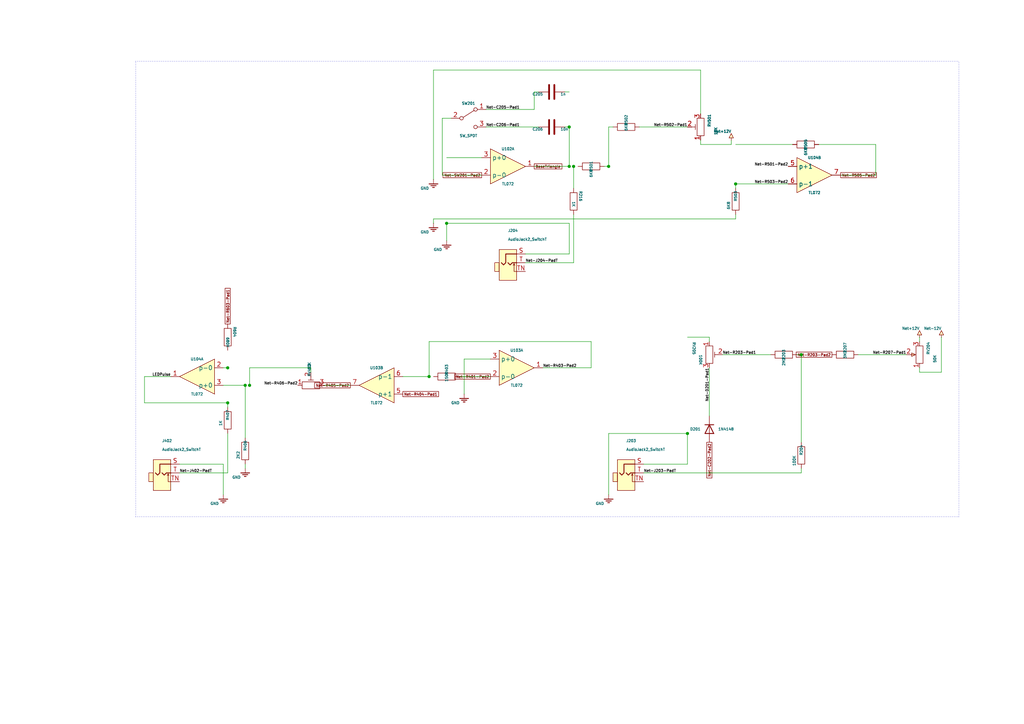
<source format=kicad_sch>
(kicad_sch (version 20230121) (generator jitx)
  (paper "A4")
  (lib_symbols
    (symbol "Net-12V" (power)
      (property "Reference" "#PWR" (at 35.0 60.0 0.0))
      (property "Value" "Net-12V" (at -2.54 2.54 0.0))
      (symbol "Net-12V_1_0"
        (pin power_in line (at 0.0 0.0 90) (length 0.0) (name "Net-12V") (number "~"))
      )
    )
    (symbol "GND" (power)
      (property "Reference" "#PWR" (at 35.0 60.0 0.0))
      (property "Value" "GND" (at -2.54 -2.54 0.0))
      (symbol "GND_1_0"
        (pin power_in line (at 0.0 0.0 270) (length 0.0) (name "GND") (number "~"))
      )
    )
    (symbol "Net+12V" (power)
      (property "Reference" "#PWR" (at 35.0 60.0 0.0))
      (property "Value" "Net+12V" (at -2.54 2.54 0.0))
      (symbol "Net+12V_1_0"
        (pin power_in line (at 0.0 0.0 90) (length 0.0) (name "Net+12V") (number "~"))
      )
    )
    (symbol "Conn_02x05_Odd_Even"
      (property "Reference" "U" (at 1.27 7.62 0.0))
      (property "Value" "Conn_02x05_Odd_Even" (at 1.27 -7.62 0.0))
      (symbol "Conn_02x05_Odd_Even_1_0"
        (pin unspecified line (at -5.08 5.08 0) (length 3.81) (name "Pin_1") (number "~"))
        (pin unspecified line (at 7.62 -5.08 180) (length 3.81) (name "Pin_10") (number "~"))
        (pin unspecified line (at 7.62 5.08 180) (length 3.81) (name "Pin_2") (number "~"))
        (pin unspecified line (at -5.08 2.54 0) (length 3.81) (name "Pin_3") (number "~"))
        (pin unspecified line (at 7.62 2.54 180) (length 3.81) (name "Pin_4") (number "~"))
        (pin unspecified line (at -5.08 0.0 0) (length 3.81) (name "Pin_5") (number "~"))
        (pin unspecified line (at 7.62 0.0 180) (length 3.81) (name "Pin_6") (number "~"))
        (pin unspecified line (at -5.08 -2.54 0) (length 3.81) (name "Pin_7") (number "~"))
        (pin unspecified line (at 7.62 -2.54 180) (length 3.81) (name "Pin_8") (number "~"))
        (pin unspecified line (at -5.08 -5.08 0) (length 3.81) (name "Pin_9") (number "~"))
      )
    )
    (symbol "ALTIUM_POWER_GND_POWER"
      (property "Value" "ALTIUM_POWER_GND_POWER" (at 2.54 -1.016 0.0))
      (symbol "ALTIUM_POWER_GND_POWER_1_0"
        (pin unspecified line (at 0.0 0.0 0) (length 0.0) (name "0") (number "~"))
      )
    )
    (symbol "R_Potentiometer_Trim"
      (property "Reference" "U" (at -4.445 0.0 90.0))
      (property "Value" "R_Potentiometer_Trim" (at -2.54 0.0 90.0))
      (symbol "R_Potentiometer_Trim_1_0"
        (pin unspecified line (at 0.0 3.81 270) (length 1.27) (name "1") (number "~"))
        (pin unspecified line (at 3.81 0.0 180) (length 1.27) (name "2") (number "~"))
        (pin unspecified line (at 0.0 -3.81 90) (length 1.27) (name "3") (number "~"))
      )
    )
    (symbol "box_symbol_2L_1R_4T_1B"
      (property "Reference" "U" (at -6.35 10.252 0.0))
      (property "Value" "box_symbol_2L_1R_4T_1B" (at -6.35 9.19 0.0))
      (symbol "box_symbol_2L_1R_4T_1B_1_0"
        (pin unspecified line (at -8.89 1.27 0) (length 2.54) (name "L0") (number "~"))
        (pin unspecified line (at -8.89 -1.27 0) (length 2.54) (name "L1") (number "~"))
        (pin unspecified line (at 8.89 0.0 180) (length 2.54) (name "R0") (number "~"))
        (pin unspecified line (at -3.81 11.43 270) (length 2.54) (name "T0") (number "~"))
        (pin unspecified line (at -1.27 11.43 270) (length 2.54) (name "T1") (number "~"))
        (pin unspecified line (at 1.27 11.43 270) (length 2.54) (name "T2") (number "~"))
        (pin unspecified line (at 3.81 11.43 270) (length 2.54) (name "T3") (number "~"))
        (pin unspecified line (at 0.0 -11.43 90) (length 2.54) (name "B0") (number "~"))
      )
    )
    (symbol "R_Potentiometer"
      (property "Reference" "U" (at -4.445 0.0 90.0))
      (property "Value" "R_Potentiometer" (at -2.54 0.0 90.0))
      (symbol "R_Potentiometer_1_0"
        (pin unspecified line (at 0.0 3.81 270) (length 1.27) (name "1") (number "~"))
        (pin unspecified line (at 3.81 0.0 180) (length 1.27) (name "2") (number "~"))
        (pin unspecified line (at 0.0 -3.81 90) (length 1.27) (name "3") (number "~"))
      )
    )
    (symbol "R"
      (property "Reference" "U" (at 2.032 0.0 90.0))
      (property "Value" "R" (at 0.0 0.0 90.0))
      (symbol "R_1_0"
        (pin unspecified line (at 0.0 3.81 270) (length 1.27) (name "1") (number "~"))
        (pin unspecified line (at 0.0 -3.81 90) (length 1.27) (name "0") (number "~"))
      )
    )
    (symbol "Sym_2N3904"
      (property "Reference" "U" (at 5.08 1.905 0.0))
      (property "Value" "Sym_2N3904" (at 5.08 0.0 0.0))
      (symbol "Sym_2N3904_1_0"
        (pin unspecified line (at 2.54 -5.08 90) (length 2.54) (name "E") (number "~"))
        (pin unspecified line (at -5.08 0.0 0) (length 5.715) (name "B") (number "~"))
        (pin unspecified line (at 2.54 5.08 270) (length 2.54) (name "C") (number "~"))
      )
    )
    (symbol "supply_sym"
      (property "Value" "supply_sym" (at -2.54 2.54 0.0))
      (symbol "supply_sym_1_0"
        (pin unspecified line (at 0.0 0.0 90) (length 0.0) (name "0") (number "~"))
      )
    )
    (symbol "ground_sym"
      (property "Value" "ground_sym" (at -2.54 -2.54 0.0))
      (symbol "ground_sym_1_0"
        (pin unspecified line (at 0.0 0.0 270) (length 0.0) (name "0") (number "~"))
      )
    )
    (symbol "Sym_1N4148"
      (property "Reference" "U" (at 0.0 2.54 0.0))
      (property "Value" "Sym_1N4148" (at 0.0 -2.54 0.0))
      (symbol "Sym_1N4148_1_0"
        (pin unspecified line (at -3.81 0.0 0) (length 2.54) (name "K") (number "~"))
        (pin unspecified line (at 3.81 0.0 180) (length 2.54) (name "A") (number "~"))
      )
    )
    (symbol "Sym_1N5819"
      (property "Reference" "U" (at 0.0 2.54 0.0))
      (property "Value" "Sym_1N5819" (at 0.0 -2.54 0.0))
      (symbol "Sym_1N5819_1_0"
        (pin unspecified line (at -3.81 0.0 0) (length 2.54) (name "K") (number "~"))
        (pin unspecified line (at 3.81 0.0 180) (length 2.54) (name "A") (number "~"))
      )
    )
    (symbol "AudioJack2_SwitchT"
      (property "Reference" "U" (at 0.0 8.89 0.0))
      (property "Value" "AudioJack2_SwitchT" (at 0.0 6.35 0.0))
      (symbol "AudioJack2_SwitchT_1_0"
        (pin unspecified line (at 5.08 2.54 180) (length 2.54) (name "0") (number "~"))
        (pin unspecified line (at 5.08 0.0 180) (length 2.54) (name "1") (number "~"))
        (pin unspecified line (at 5.08 -2.54 180) (length 2.54) (name "2") (number "~"))
      )
    )
    (symbol "Sym_2N3906"
      (property "Reference" "U" (at 5.08 1.905 0.0))
      (property "Value" "Sym_2N3906" (at 5.08 0.0 0.0))
      (symbol "Sym_2N3906_1_0"
        (pin unspecified line (at 2.54 -5.08 90) (length 2.54) (name "E") (number "~"))
        (pin unspecified line (at -5.08 0.0 0) (length 5.715) (name "B") (number "~"))
        (pin unspecified line (at 2.54 5.08 270) (length 2.54) (name "C") (number "~"))
      )
    )
    (symbol "SW_SPDT"
      (property "Reference" "U" (at 0.0 4.318 0.0))
      (property "Value" "SW_SPDT" (at 0.0 -5.08 0.0))
      (symbol "SW_SPDT_1_0"
        (pin unspecified line (at 5.08 2.54 180) (length 2.54) (name "A") (number "~"))
        (pin unspecified line (at -5.08 0.0 0) (length 2.54) (name "B") (number "~"))
        (pin unspecified line (at 5.08 -2.54 180) (length 2.54) (name "C") (number "~"))
      )
    )
    (symbol "LED"
      (property "Reference" "U" (at 0.0 2.54 0.0))
      (property "Value" "LED" (at 0.0 -2.54 0.0))
      (symbol "LED_1_0"
        (pin unspecified line (at -3.81 0.0 0) (length 2.54) (name "K") (number "~"))
        (pin unspecified line (at 3.81 0.0 180) (length 2.54) (name "A") (number "~"))
      )
    )
    (symbol "TL072A"
      (property "Reference" "U" (at 0.0 5.08 0.0))
      (property "Value" "TL072A" (at 0.0 -5.08 0.0))
      (symbol "TL072A_1_0"
        (pin unspecified line (at 7.62 0.0 180) (length 2.54) (name "0") (number "~"))
        (pin unspecified line (at -7.62 -2.54 0) (length 2.54) (name "p-0") (number "~"))
        (pin unspecified line (at -7.62 2.54 0) (length 2.54) (name "p+0") (number "~"))
      )
    )
    (symbol "TL072B"
      (property "Reference" "U" (at 0.0 5.08 0.0))
      (property "Value" "TL072B" (at 0.0 -5.08 0.0))
      (symbol "TL072B_1_0"
        (pin unspecified line (at -7.62 2.54 0) (length 2.54) (name "p+1") (number "~"))
        (pin unspecified line (at -7.62 -2.54 0) (length 2.54) (name "p-1") (number "~"))
        (pin unspecified line (at 7.62 0.0 180) (length 2.54) (name "1") (number "~"))
      )
    )
    (symbol "jitx_C"
      (property "Reference" "U" (at 0.635 2.54 0.0))
      (property "Value" "jitx_C" (at 0.635 -2.54 0.0))
      (symbol "jitx_C_1_0"
        (pin unspecified line (at 0.0 3.81 270) (length 2.794) (name "1") (number "~"))
        (pin unspecified line (at 0.0 -3.81 90) (length 2.794) (name "0") (number "~"))
      )
    )
    (symbol "TL072C"
      (property "Reference" "U" (at 0.0 5.08 0.0))
      (property "Value" "TL072C" (at 0.0 -5.08 0.0))
      (symbol "TL072C_1_0"
        (pin unspecified line (at -2.54 -7.62 90) (length 3.81) (name "V-") (number "~"))
        (pin unspecified line (at -2.54 7.62 270) (length 3.81) (name "V+") (number "~"))
      )
    )
    (symbol "ALTIUM_POWER_ARROW"
      (property "Value" "ALTIUM_POWER_ARROW" (at 2.54 -0.508 0.0))
      (symbol "ALTIUM_POWER_ARROW_1_0"
        (pin unspecified line (at 0.0 0.0 0) (length 0.0) (name "0") (number "~"))
      )
    )
    (symbol "component"
      (property "Reference" "U" (at 2.032 0.0 90.0))
      (property "Value" "component" (at 0.0 0.0 90.0))
      (symbol "component_1_0"
        (pin unspecified line (at 0.0 3.81 270) (length 1.27) (name "1") (number "1"))
        (pin unspecified line (at 0.0 -3.81 90) (length 1.27) (name "0") (number "2"))
      )
    )
    (symbol "component_1"
      (property "Reference" "U" (at 2.032 0.0 90.0))
      (property "Value" "component_1" (at 0.0 0.0 90.0))
      (symbol "component_1_1_0"
        (pin unspecified line (at 0.0 3.81 270) (length 1.27) (name "1") (number "1"))
        (pin unspecified line (at 0.0 -3.81 90) (length 1.27) (name "0") (number "2"))
      )
    )
    (symbol "component_2"
      (property "Reference" "U" (at 0.635 2.54 0.0))
      (property "Value" "component_2" (at 0.635 -2.54 0.0))
      (symbol "component_2_1_0"
        (pin unspecified line (at 0.0 3.81 270) (length 2.794) (name "1") (number "1"))
        (pin unspecified line (at 0.0 -3.81 90) (length 2.794) (name "0") (number "2"))
      )
    )
    (symbol "component_3"
      (property "Reference" "U" (at 2.032 0.0 90.0))
      (property "Value" "component_3" (at 0.0 0.0 90.0))
      (symbol "component_3_1_0"
        (pin unspecified line (at 0.0 3.81 270) (length 1.27) (name "1") (number "1"))
        (pin unspecified line (at 0.0 -3.81 90) (length 1.27) (name "0") (number "2"))
      )
    )
    (symbol "component_4"
      (property "Reference" "U" (at 2.032 0.0 90.0))
      (property "Value" "component_4" (at 0.0 0.0 90.0))
      (symbol "component_4_1_0"
        (pin unspecified line (at 0.0 3.81 270) (length 1.27) (name "1") (number "1"))
        (pin unspecified line (at 0.0 -3.81 90) (length 1.27) (name "0") (number "2"))
      )
    )
    (symbol "component_5"
      (property "Reference" "U" (at 2.032 0.0 90.0))
      (property "Value" "component_5" (at 0.0 0.0 90.0))
      (symbol "component_5_1_0"
        (pin unspecified line (at 0.0 3.81 270) (length 1.27) (name "1") (number "1"))
        (pin unspecified line (at 0.0 -3.81 90) (length 1.27) (name "0") (number "2"))
      )
    )
    (symbol "component_6"
      (property "Reference" "U" (at 2.032 0.0 90.0))
      (property "Value" "component_6" (at 0.0 0.0 90.0))
      (symbol "component_6_1_0"
        (pin unspecified line (at 0.0 3.81 270) (length 1.27) (name "1") (number "1"))
        (pin unspecified line (at 0.0 -3.81 90) (length 1.27) (name "0") (number "2"))
      )
    )
    (symbol "component_7"
      (property "Reference" "U" (at -4.445 0.0 90.0))
      (property "Value" "component_7" (at -2.54 0.0 90.0))
      (symbol "component_7_1_0"
        (pin unspecified line (at 0.0 3.81 270) (length 1.27) (name "1") (number "1"))
        (pin unspecified line (at 3.81 0.0 180) (length 1.27) (name "2") (number "2"))
        (pin unspecified line (at 0.0 -3.81 90) (length 1.27) (name "3") (number "3"))
      )
    )
    (symbol "component_8"
      (property "Reference" "U" (at -4.445 0.0 90.0))
      (property "Value" "component_8" (at -2.54 0.0 90.0))
      (symbol "component_8_1_0"
        (pin unspecified line (at 0.0 3.81 270) (length 1.27) (name "1") (number "1"))
        (pin unspecified line (at 3.81 0.0 180) (length 1.27) (name "2") (number "2"))
        (pin unspecified line (at 0.0 -3.81 90) (length 1.27) (name "3") (number "3"))
      )
    )
    (symbol "component_9"
      (property "Reference" "U" (at -4.445 0.0 90.0))
      (property "Value" "component_9" (at -2.54 0.0 90.0))
      (symbol "component_9_1_0"
        (pin unspecified line (at 0.0 3.81 270) (length 1.27) (name "1") (number "1"))
        (pin unspecified line (at 3.81 0.0 180) (length 1.27) (name "2") (number "2"))
        (pin unspecified line (at 0.0 -3.81 90) (length 1.27) (name "3") (number "3"))
      )
    )
    (symbol "component_10"
      (property "Reference" "U" (at 2.032 0.0 90.0))
      (property "Value" "component_10" (at 0.0 0.0 90.0))
      (symbol "component_10_1_0"
        (pin unspecified line (at 0.0 3.81 270) (length 1.27) (name "1") (number "1"))
        (pin unspecified line (at 0.0 -3.81 90) (length 1.27) (name "0") (number "2"))
      )
    )
    (symbol "component_11"
      (property "Reference" "U" (at 0.0 2.54 0.0))
      (property "Value" "component_11" (at 0.0 -2.54 0.0))
      (symbol "component_11_1_0"
        (pin unspecified line (at -3.81 0.0 0) (length 2.54) (name "K") (number "1"))
        (pin unspecified line (at 3.81 0.0 180) (length 2.54) (name "A") (number "2"))
      )
    )
    (symbol "component_12"
      (property "Reference" "U" (at 0.635 2.54 0.0))
      (property "Value" "component_12" (at 0.635 -2.54 0.0))
      (symbol "component_12_1_0"
        (pin unspecified line (at 0.0 3.81 270) (length 2.794) (name "1") (number "1"))
        (pin unspecified line (at 0.0 -3.81 90) (length 2.794) (name "0") (number "2"))
      )
    )
    (symbol "component_13"
      (property "Reference" "U" (at 0.635 2.54 0.0))
      (property "Value" "component_13" (at 0.635 -2.54 0.0))
      (symbol "component_13_1_0"
        (pin unspecified line (at 0.0 3.81 270) (length 2.794) (name "1") (number "1"))
        (pin unspecified line (at 0.0 -3.81 90) (length 2.794) (name "0") (number "2"))
      )
    )
    (symbol "component_14"
      (property "Reference" "U" (at -4.445 0.0 90.0))
      (property "Value" "component_14" (at -2.54 0.0 90.0))
      (symbol "component_14_1_0"
        (pin unspecified line (at 0.0 3.81 270) (length 1.27) (name "1") (number "1"))
        (pin unspecified line (at 3.81 0.0 180) (length 1.27) (name "2") (number "2"))
        (pin unspecified line (at 0.0 -3.81 90) (length 1.27) (name "3") (number "3"))
      )
    )
    (symbol "component_15"
      (property "Reference" "U" (at 0.635 2.54 0.0))
      (property "Value" "component_15" (at 0.635 -2.54 0.0))
      (symbol "component_15_1_0"
        (pin unspecified line (at 0.0 3.81 270) (length 2.794) (name "1") (number "1"))
        (pin unspecified line (at 0.0 -3.81 90) (length 2.794) (name "0") (number "2"))
      )
    )
    (symbol "component_16"
      (property "Reference" "U" (at 0.635 2.54 0.0))
      (property "Value" "component_16" (at 0.635 -2.54 0.0))
      (symbol "component_16_1_0"
        (pin unspecified line (at 0.0 3.81 270) (length 2.794) (name "1") (number "1"))
        (pin unspecified line (at 0.0 -3.81 90) (length 2.794) (name "0") (number "2"))
      )
    )
    (symbol "component_17"
      (property "Reference" "U" (at 0.0 4.318 0.0))
      (property "Value" "component_17" (at 0.0 -5.08 0.0))
      (symbol "component_17_1_0"
        (pin unspecified line (at 5.08 2.54 180) (length 2.54) (name "A") (number "1"))
        (pin unspecified line (at -5.08 0.0 0) (length 2.54) (name "B") (number "2"))
        (pin unspecified line (at 5.08 -2.54 180) (length 2.54) (name "C") (number "3"))
      )
    )
    (symbol "component_18"
      (property "Reference" "U" (at 2.032 0.0 90.0))
      (property "Value" "component_18" (at 0.0 0.0 90.0))
      (symbol "component_18_1_0"
        (pin unspecified line (at 0.0 3.81 270) (length 1.27) (name "1") (number "1"))
        (pin unspecified line (at 0.0 -3.81 90) (length 1.27) (name "0") (number "2"))
      )
    )
    (symbol "component_19"
      (property "Reference" "U" (at 2.032 0.0 90.0))
      (property "Value" "component_19" (at 0.0 0.0 90.0))
      (symbol "component_19_1_0"
        (pin unspecified line (at 0.0 3.81 270) (length 1.27) (name "1") (number "1"))
        (pin unspecified line (at 0.0 -3.81 90) (length 1.27) (name "0") (number "2"))
      )
    )
    (symbol "component_20"
      (property "Reference" "U" (at 2.032 0.0 90.0))
      (property "Value" "component_20" (at 0.0 0.0 90.0))
      (symbol "component_20_1_0"
        (pin unspecified line (at 0.0 3.81 270) (length 1.27) (name "1") (number "1"))
        (pin unspecified line (at 0.0 -3.81 90) (length 1.27) (name "0") (number "2"))
      )
    )
    (symbol "component_21"
      (property "Reference" "U" (at 2.032 0.0 90.0))
      (property "Value" "component_21" (at 0.0 0.0 90.0))
      (symbol "component_21_1_0"
        (pin unspecified line (at 0.0 3.81 270) (length 1.27) (name "1") (number "1"))
        (pin unspecified line (at 0.0 -3.81 90) (length 1.27) (name "0") (number "2"))
      )
    )
    (symbol "component_22"
      (property "Reference" "U" (at 2.032 0.0 90.0))
      (property "Value" "component_22" (at 0.0 0.0 90.0))
      (symbol "component_22_1_0"
        (pin unspecified line (at 0.0 3.81 270) (length 1.27) (name "1") (number "1"))
        (pin unspecified line (at 0.0 -3.81 90) (length 1.27) (name "0") (number "2"))
      )
    )
    (symbol "component_23"
      (property "Reference" "U" (at 1.27 7.62 0.0))
      (property "Value" "component_23" (at 1.27 -7.62 0.0))
      (symbol "component_23_1_0"
        (pin unspecified line (at -5.08 5.08 0) (length 3.81) (name "Pin_1") (number "1"))
        (pin unspecified line (at 7.62 -5.08 180) (length 3.81) (name "Pin_10") (number "10"))
        (pin unspecified line (at 7.62 5.08 180) (length 3.81) (name "Pin_2") (number "2"))
        (pin unspecified line (at -5.08 2.54 0) (length 3.81) (name "Pin_3") (number "3"))
        (pin unspecified line (at 7.62 2.54 180) (length 3.81) (name "Pin_4") (number "4"))
        (pin unspecified line (at -5.08 0.0 0) (length 3.81) (name "Pin_5") (number "5"))
        (pin unspecified line (at 7.62 0.0 180) (length 3.81) (name "Pin_6") (number "6"))
        (pin unspecified line (at -5.08 -2.54 0) (length 3.81) (name "Pin_7") (number "7"))
        (pin unspecified line (at 7.62 -2.54 180) (length 3.81) (name "Pin_8") (number "8"))
        (pin unspecified line (at -5.08 -5.08 0) (length 3.81) (name "Pin_9") (number "9"))
      )
    )
    (symbol "component_24"
      (property "Reference" "U" (at 2.032 0.0 90.0))
      (property "Value" "component_24" (at 0.0 0.0 90.0))
      (symbol "component_24_1_0"
        (pin unspecified line (at 0.0 3.81 270) (length 1.27) (name "1") (number "1"))
        (pin unspecified line (at 0.0 -3.81 90) (length 1.27) (name "0") (number "2"))
      )
    )
    (symbol "component_25"
      (property "Reference" "U" (at 2.032 0.0 90.0))
      (property "Value" "component_25" (at 0.0 0.0 90.0))
      (symbol "component_25_1_0"
        (pin unspecified line (at 0.0 3.81 270) (length 1.27) (name "1") (number "1"))
        (pin unspecified line (at 0.0 -3.81 90) (length 1.27) (name "0") (number "2"))
      )
    )
    (symbol "component_26"
      (property "Reference" "U" (at -4.445 0.0 90.0))
      (property "Value" "component_26" (at -2.54 0.0 90.0))
      (symbol "component_26_1_0"
        (pin unspecified line (at 0.0 3.81 270) (length 1.27) (name "1") (number "1"))
        (pin unspecified line (at 3.81 0.0 180) (length 1.27) (name "2") (number "2"))
        (pin unspecified line (at 0.0 -3.81 90) (length 1.27) (name "3") (number "3"))
      )
    )
    (symbol "component_27"
      (property "Reference" "U" (at 2.032 0.0 90.0))
      (property "Value" "component_27" (at 0.0 0.0 90.0))
      (symbol "component_27_1_0"
        (pin unspecified line (at 0.0 3.81 270) (length 1.27) (name "1") (number "1"))
        (pin unspecified line (at 0.0 -3.81 90) (length 1.27) (name "0") (number "2"))
      )
    )
    (symbol "component_28"
      (property "Reference" "U" (at 2.032 0.0 90.0))
      (property "Value" "component_28" (at 0.0 0.0 90.0))
      (symbol "component_28_1_0"
        (pin unspecified line (at 0.0 3.81 270) (length 1.27) (name "1") (number "1"))
        (pin unspecified line (at 0.0 -3.81 90) (length 1.27) (name "0") (number "2"))
      )
    )
    (symbol "component_29"
      (property "Reference" "U" (at 0.0 8.89 0.0))
      (property "Value" "component_29" (at 0.0 6.35 0.0))
      (symbol "component_29_1_0"
        (pin unspecified line (at 5.08 2.54 180) (length 2.54) (name "0") (number "S"))
        (pin unspecified line (at 5.08 0.0 180) (length 2.54) (name "1") (number "T"))
        (pin unspecified line (at 5.08 -2.54 180) (length 2.54) (name "2") (number "TN"))
      )
    )
    (symbol "component_30"
      (property "Reference" "U" (at 2.032 0.0 90.0))
      (property "Value" "component_30" (at 0.0 0.0 90.0))
      (symbol "component_30_1_0"
        (pin unspecified line (at 0.0 3.81 270) (length 1.27) (name "1") (number "1"))
        (pin unspecified line (at 0.0 -3.81 90) (length 1.27) (name "0") (number "2"))
      )
    )
    (symbol "component_31"
      (property "Reference" "U" (at 0.0 8.89 0.0))
      (property "Value" "component_31" (at 0.0 6.35 0.0))
      (symbol "component_31_1_0"
        (pin unspecified line (at 5.08 2.54 180) (length 2.54) (name "0") (number "S"))
        (pin unspecified line (at 5.08 0.0 180) (length 2.54) (name "1") (number "T"))
        (pin unspecified line (at 5.08 -2.54 180) (length 2.54) (name "2") (number "TN"))
      )
    )
    (symbol "component_32"
      (property "Reference" "U" (at 0.0 8.89 0.0))
      (property "Value" "component_32" (at 0.0 6.35 0.0))
      (symbol "component_32_1_0"
        (pin unspecified line (at 5.08 2.54 180) (length 2.54) (name "0") (number "S"))
        (pin unspecified line (at 5.08 0.0 180) (length 2.54) (name "1") (number "T"))
        (pin unspecified line (at 5.08 -2.54 180) (length 2.54) (name "2") (number "TN"))
      )
    )
    (symbol "component_33"
      (property "Reference" "U" (at 0.0 8.89 0.0))
      (property "Value" "component_33" (at 0.0 6.35 0.0))
      (symbol "component_33_1_0"
        (pin unspecified line (at 5.08 2.54 180) (length 2.54) (name "0") (number "S"))
        (pin unspecified line (at 5.08 0.0 180) (length 2.54) (name "1") (number "T"))
        (pin unspecified line (at 5.08 -2.54 180) (length 2.54) (name "2") (number "TN"))
      )
    )
    (symbol "component_34"
      (property "Reference" "U" (at 0.0 8.89 0.0))
      (property "Value" "component_34" (at 0.0 6.35 0.0))
      (symbol "component_34_1_0"
        (pin unspecified line (at 5.08 2.54 180) (length 2.54) (name "0") (number "S"))
        (pin unspecified line (at 5.08 0.0 180) (length 2.54) (name "1") (number "T"))
        (pin unspecified line (at 5.08 -2.54 180) (length 2.54) (name "2") (number "TN"))
      )
    )
    (symbol "component_35"
      (property "Reference" "U" (at 0.0 8.89 0.0))
      (property "Value" "component_35" (at 0.0 6.35 0.0))
      (symbol "component_35_1_0"
        (pin unspecified line (at 5.08 2.54 180) (length 2.54) (name "0") (number "S"))
        (pin unspecified line (at 5.08 0.0 180) (length 2.54) (name "1") (number "T"))
        (pin unspecified line (at 5.08 -2.54 180) (length 2.54) (name "2") (number "TN"))
      )
    )
    (symbol "component_36"
      (property "Reference" "U" (at 0.0 8.89 0.0))
      (property "Value" "component_36" (at 0.0 6.35 0.0))
      (symbol "component_36_1_0"
        (pin unspecified line (at 5.08 2.54 180) (length 2.54) (name "0") (number "S"))
        (pin unspecified line (at 5.08 0.0 180) (length 2.54) (name "1") (number "T"))
        (pin unspecified line (at 5.08 -2.54 180) (length 2.54) (name "2") (number "TN"))
      )
    )
    (symbol "component_37"
      (property "Reference" "U" (at 0.0 8.89 0.0))
      (property "Value" "component_37" (at 0.0 6.35 0.0))
      (symbol "component_37_1_0"
        (pin unspecified line (at 5.08 2.54 180) (length 2.54) (name "0") (number "S"))
        (pin unspecified line (at 5.08 0.0 180) (length 2.54) (name "1") (number "T"))
        (pin unspecified line (at 5.08 -2.54 180) (length 2.54) (name "2") (number "TN"))
      )
    )
    (symbol "component_38"
      (property "Reference" "U" (at 0.0 5.08 0.0))
      (property "Value" "component_38" (at 0.0 -5.08 0.0))
      (symbol "component_38_1_0"
        (pin unspecified line (at 7.62 0.0 180) (length 2.54) (name "0") (number "1"))
        (pin unspecified line (at -7.62 -2.54 0) (length 2.54) (name "p-0") (number "2"))
        (pin unspecified line (at -7.62 2.54 0) (length 2.54) (name "p+0") (number "3"))
      )
      (symbol "component_38_2_0"
        (pin unspecified line (at -7.62 2.54 0) (length 2.54) (name "p+1") (number "5"))
        (pin unspecified line (at -7.62 -2.54 0) (length 2.54) (name "p-1") (number "6"))
        (pin unspecified line (at 7.62 0.0 180) (length 2.54) (name "1") (number "7"))
      )
      (symbol "component_38_3_0"
        (pin unspecified line (at -2.54 -7.62 90) (length 3.81) (name "V-") (number "4"))
        (pin unspecified line (at -2.54 7.62 270) (length 3.81) (name "V+") (number "8"))
      )
    )
    (symbol "component_39"
      (property "Reference" "U" (at 2.032 0.0 90.0))
      (property "Value" "component_39" (at 0.0 0.0 90.0))
      (symbol "component_39_1_0"
        (pin unspecified line (at 0.0 3.81 270) (length 1.27) (name "1") (number "1"))
        (pin unspecified line (at 0.0 -3.81 90) (length 1.27) (name "0") (number "2"))
      )
    )
    (symbol "component_40"
      (property "Reference" "U" (at 2.032 0.0 90.0))
      (property "Value" "component_40" (at 0.0 0.0 90.0))
      (symbol "component_40_1_0"
        (pin unspecified line (at 0.0 3.81 270) (length 1.27) (name "1") (number "1"))
        (pin unspecified line (at 0.0 -3.81 90) (length 1.27) (name "0") (number "2"))
      )
    )
    (symbol "component_41"
      (property "Reference" "U" (at 2.032 0.0 90.0))
      (property "Value" "component_41" (at 0.0 0.0 90.0))
      (symbol "component_41_1_0"
        (pin unspecified line (at 0.0 3.81 270) (length 1.27) (name "1") (number "1"))
        (pin unspecified line (at 0.0 -3.81 90) (length 1.27) (name "0") (number "2"))
      )
    )
    (symbol "component_42"
      (property "Reference" "U" (at 2.032 0.0 90.0))
      (property "Value" "component_42" (at 0.0 0.0 90.0))
      (symbol "component_42_1_0"
        (pin unspecified line (at 0.0 3.81 270) (length 1.27) (name "1") (number "1"))
        (pin unspecified line (at 0.0 -3.81 90) (length 1.27) (name "0") (number "2"))
      )
    )
    (symbol "component_43"
      (property "Reference" "U" (at 2.032 0.0 90.0))
      (property "Value" "component_43" (at 0.0 0.0 90.0))
      (symbol "component_43_1_0"
        (pin unspecified line (at 0.0 3.81 270) (length 1.27) (name "1") (number "1"))
        (pin unspecified line (at 0.0 -3.81 90) (length 1.27) (name "0") (number "2"))
      )
    )
    (symbol "component_44"
      (property "Reference" "U" (at 0.0 8.89 0.0))
      (property "Value" "component_44" (at 0.0 6.35 0.0))
      (symbol "component_44_1_0"
        (pin unspecified line (at 5.08 2.54 180) (length 2.54) (name "0") (number "S"))
        (pin unspecified line (at 5.08 0.0 180) (length 2.54) (name "1") (number "T"))
        (pin unspecified line (at 5.08 -2.54 180) (length 2.54) (name "2") (number "TN"))
      )
    )
    (symbol "component_45"
      (property "Reference" "U" (at 2.032 0.0 90.0))
      (property "Value" "component_45" (at 0.0 0.0 90.0))
      (symbol "component_45_1_0"
        (pin unspecified line (at 0.0 3.81 270) (length 1.27) (name "1") (number "1"))
        (pin unspecified line (at 0.0 -3.81 90) (length 1.27) (name "0") (number "2"))
      )
    )
    (symbol "component_46"
      (property "Reference" "U" (at 2.032 0.0 90.0))
      (property "Value" "component_46" (at 0.0 0.0 90.0))
      (symbol "component_46_1_0"
        (pin unspecified line (at 0.0 3.81 270) (length 1.27) (name "1") (number "1"))
        (pin unspecified line (at 0.0 -3.81 90) (length 1.27) (name "0") (number "2"))
      )
    )
    (symbol "component_47"
      (property "Reference" "U" (at -6.35 10.252 0.0))
      (property "Value" "component_47" (at -6.35 9.19 0.0))
      (symbol "component_47_1_0"
        (pin unspecified line (at -8.89 1.27 0) (length 2.54) (name "p-") (number "2"))
        (pin unspecified line (at -8.89 -1.27 0) (length 2.54) (name "p+") (number "3"))
        (pin unspecified line (at 8.89 0.0 180) (length 2.54) (name "p") (number "6"))
        (pin unspecified line (at -3.81 11.43 270) (length 2.54) (name "NC0") (number "1"))
        (pin unspecified line (at -1.27 11.43 270) (length 2.54) (name "BIAS") (number "5"))
        (pin unspecified line (at 1.27 11.43 270) (length 2.54) (name "V+") (number "7"))
        (pin unspecified line (at 3.81 11.43 270) (length 2.54) (name "NC1") (number "8"))
        (pin unspecified line (at 0.0 -11.43 90) (length 2.54) (name "V-") (number "4"))
      )
    )
    (symbol "component_48"
      (property "Reference" "U" (at 5.08 1.905 0.0))
      (property "Value" "component_48" (at 5.08 0.0 0.0))
      (symbol "component_48_1_0"
        (pin unspecified line (at 2.54 -5.08 90) (length 2.54) (name "E") (number "1"))
        (pin unspecified line (at -5.08 0.0 0) (length 5.715) (name "B") (number "2"))
        (pin unspecified line (at 2.54 5.08 270) (length 2.54) (name "C") (number "3"))
      )
    )
    (symbol "component_49"
      (property "Reference" "U" (at 2.032 0.0 90.0))
      (property "Value" "component_49" (at 0.0 0.0 90.0))
      (symbol "component_49_1_0"
        (pin unspecified line (at 0.0 3.81 270) (length 1.27) (name "1") (number "1"))
        (pin unspecified line (at 0.0 -3.81 90) (length 1.27) (name "0") (number "2"))
      )
    )
    (symbol "component_50"
      (property "Reference" "U" (at 2.032 0.0 90.0))
      (property "Value" "component_50" (at 0.0 0.0 90.0))
      (symbol "component_50_1_0"
        (pin unspecified line (at 0.0 3.81 270) (length 1.27) (name "1") (number "1"))
        (pin unspecified line (at 0.0 -3.81 90) (length 1.27) (name "0") (number "2"))
      )
    )
    (symbol "component_51"
      (property "Reference" "U" (at 2.032 0.0 90.0))
      (property "Value" "component_51" (at 0.0 0.0 90.0))
      (symbol "component_51_1_0"
        (pin unspecified line (at 0.0 3.81 270) (length 1.27) (name "1") (number "1"))
        (pin unspecified line (at 0.0 -3.81 90) (length 1.27) (name "0") (number "2"))
      )
    )
    (symbol "component_52"
      (property "Reference" "U" (at 0.0 2.54 0.0))
      (property "Value" "component_52" (at 0.0 -2.54 0.0))
      (symbol "component_52_1_0"
        (pin unspecified line (at -3.81 0.0 0) (length 2.54) (name "K") (number "1"))
        (pin unspecified line (at 3.81 0.0 180) (length 2.54) (name "A") (number "2"))
      )
    )
    (symbol "component_53"
      (property "Reference" "U" (at 5.08 1.905 0.0))
      (property "Value" "component_53" (at 5.08 0.0 0.0))
      (symbol "component_53_1_0"
        (pin unspecified line (at 2.54 -5.08 90) (length 2.54) (name "E") (number "1"))
        (pin unspecified line (at -5.08 0.0 0) (length 5.715) (name "B") (number "2"))
        (pin unspecified line (at 2.54 5.08 270) (length 2.54) (name "C") (number "3"))
      )
    )
    (symbol "component_54"
      (property "Reference" "U" (at -4.445 0.0 90.0))
      (property "Value" "component_54" (at -2.54 0.0 90.0))
      (symbol "component_54_1_0"
        (pin unspecified line (at 0.0 3.81 270) (length 1.27) (name "1") (number "1"))
        (pin unspecified line (at 3.81 0.0 180) (length 1.27) (name "2") (number "2"))
        (pin unspecified line (at 0.0 -3.81 90) (length 1.27) (name "3") (number "3"))
      )
    )
    (symbol "component_55"
      (property "Reference" "U" (at -4.445 0.0 90.0))
      (property "Value" "component_55" (at -2.54 0.0 90.0))
      (symbol "component_55_1_0"
        (pin unspecified line (at 0.0 3.81 270) (length 1.27) (name "1") (number "1"))
        (pin unspecified line (at 3.81 0.0 180) (length 1.27) (name "2") (number "2"))
        (pin unspecified line (at 0.0 -3.81 90) (length 1.27) (name "3") (number "3"))
      )
    )
    (symbol "component_56"
      (property "Reference" "U" (at 0.0 2.54 0.0))
      (property "Value" "component_56" (at 0.0 -2.54 0.0))
      (symbol "component_56_1_0"
        (pin unspecified line (at -3.81 0.0 0) (length 2.54) (name "K") (number "1"))
        (pin unspecified line (at 3.81 0.0 180) (length 2.54) (name "A") (number "2"))
      )
    )
  )
  (wire (pts (xy 52.07 134.62) (xy 64.77 134.62)) (stroke (width 0.127)))
  (wire (pts (xy 64.77 143.51) (xy 64.77 134.62)) (stroke (width 0.127)))
  (wire (pts (xy 71.12 135.89) (xy 71.12 134.62)) (stroke (width 0.127)))
  (wire (pts (xy 134.62 104.14) (xy 142.24 104.14)) (stroke (width 0.127)))
  (wire (pts (xy 134.62 114.3) (xy 134.62 104.14)) (stroke (width 0.127)))
  (wire (pts (xy 64.77 111.76) (xy 86.36 111.76)) (stroke (width 0.127)))
  (wire (pts (xy 72.39 106.68) (xy 90.17 106.68)) (stroke (width 0.127)))
  (wire (pts (xy 90.17 107.95) (xy 90.17 106.68)) (stroke (width 0.127)))
  (wire (pts (xy 71.12 127.0) (xy 71.12 111.76)) (stroke (width 0.127)))
  (wire (pts (xy 72.39 111.76) (xy 72.39 106.68)) (stroke (width 0.127)))
  (wire (pts (xy 52.07 137.16) (xy 66.04 137.16)) (stroke (width 0.127)))
  (wire (pts (xy 66.04 137.16) (xy 66.04 125.73)) (stroke (width 0.127)))
  (wire (pts (xy 93.98 111.76) (xy 101.6 111.76)) (stroke (width 0.127)))
  (wire (pts (xy 124.46 99.06) (xy 171.45 99.06)) (stroke (width 0.127)))
  (wire (pts (xy 116.84 109.22) (xy 125.73 109.22)) (stroke (width 0.127)))
  (wire (pts (xy 157.48 106.68) (xy 171.45 106.68)) (stroke (width 0.127)))
  (wire (pts (xy 171.45 106.68) (xy 171.45 99.06)) (stroke (width 0.127)))
  (wire (pts (xy 124.46 109.22) (xy 124.46 99.06)) (stroke (width 0.127)))
  (wire (pts (xy 133.35 109.22) (xy 142.24 109.22)) (stroke (width 0.127)))
  (wire (pts (xy 41.91 109.22) (xy 49.53 109.22)) (stroke (width 0.127)))
  (wire (pts (xy 41.91 116.84) (xy 66.04 116.84)) (stroke (width 0.127)))
  (wire (pts (xy 64.77 106.68) (xy 66.04 106.68)) (stroke (width 0.127)))
  (wire (pts (xy 66.04 118.11) (xy 66.04 101.6)) (stroke (width 0.127)))
  (wire (pts (xy 41.91 116.84) (xy 41.91 109.22)) (stroke (width 0.127)))
  (wire (pts (xy 125.73 20.32) (xy 203.2 20.32)) (stroke (width 0.127)))
  (wire (pts (xy 125.73 52.07) (xy 125.73 20.32)) (stroke (width 0.127)))
  (wire (pts (xy 203.2 33.02) (xy 203.2 20.32)) (stroke (width 0.127)))
  (wire (pts (xy 125.73 63.5) (xy 213.36 63.5)) (stroke (width 0.127)))
  (wire (pts (xy 125.73 64.77) (xy 125.73 63.5)) (stroke (width 0.127)))
  (wire (pts (xy 213.36 63.5) (xy 213.36 62.23)) (stroke (width 0.127)))
  (wire (pts (xy 129.54 45.72) (xy 139.7 45.72)) (stroke (width 0.127)))
  (wire (pts (xy 129.54 64.77) (xy 165.1 64.77)) (stroke (width 0.127)))
  (wire (pts (xy 152.4 73.66) (xy 165.1 73.66)) (stroke (width 0.127)))
  (wire (pts (xy 165.1 73.66) (xy 165.1 64.77)) (stroke (width 0.127)))
  (wire (pts (xy 129.54 69.85) (xy 129.54 45.72)) (stroke (width 0.127)))
  (wire (pts (xy 237.49 41.91) (xy 254.0 41.91)) (stroke (width 0.127)))
  (wire (pts (xy 243.84 50.8) (xy 254.0 50.8)) (stroke (width 0.127)))
  (wire (pts (xy 254.0 50.8) (xy 254.0 41.91)) (stroke (width 0.127)))
  (wire (pts (xy 213.36 41.91) (xy 229.87 41.91)) (stroke (width 0.127)))
  (wire (pts (xy 213.36 53.34) (xy 228.6 53.34)) (stroke (width 0.127)))
  (wire (pts (xy 213.36 54.61) (xy 213.36 41.91)) (stroke (width 0.127)))
  (wire (pts (xy 185.42 36.83) (xy 199.39 36.83)) (stroke (width 0.127)))
  (wire (pts (xy 176.53 36.83) (xy 177.8 36.83)) (stroke (width 0.127)))
  (wire (pts (xy 175.26 48.26) (xy 228.6 48.26)) (stroke (width 0.127)))
  (wire (pts (xy 176.53 48.26) (xy 176.53 36.83)) (stroke (width 0.127)))
  (wire (pts (xy 163.83 36.83) (xy 165.1 36.83)) (stroke (width 0.127)))
  (wire (pts (xy 163.83 26.67) (xy 165.1 26.67)) (stroke (width 0.127)))
  (wire (pts (xy 154.94 48.26) (xy 167.64 48.26)) (stroke (width 0.127)))
  (wire (pts (xy 166.37 54.61) (xy 166.37 48.26)) (stroke (width 0.127)))
  (wire (pts (xy 165.1 48.26) (xy 165.1 26.67)) (stroke (width 0.127)))
  (wire (pts (xy 152.4 76.2) (xy 166.37 76.2)) (stroke (width 0.127)))
  (wire (pts (xy 166.37 76.2) (xy 166.37 62.23)) (stroke (width 0.127)))
  (wire (pts (xy 203.2 41.91) (xy 212.09 41.91)) (stroke (width 0.127)))
  (wire (pts (xy 212.09 41.91) (xy 212.09 40.64)) (stroke (width 0.127)))
  (wire (pts (xy 203.2 41.91) (xy 203.2 40.64)) (stroke (width 0.127)))
  (wire (pts (xy 128.27 50.8) (xy 139.7 50.8)) (stroke (width 0.127)))
  (wire (pts (xy 128.27 34.29) (xy 130.81 34.29)) (stroke (width 0.127)))
  (wire (pts (xy 128.27 50.8) (xy 128.27 34.29)) (stroke (width 0.127)))
  (wire (pts (xy 140.97 36.83) (xy 156.21 36.83)) (stroke (width 0.127)))
  (wire (pts (xy 140.97 31.75) (xy 154.94 31.75)) (stroke (width 0.127)))
  (wire (pts (xy 154.94 26.67) (xy 156.21 26.67)) (stroke (width 0.127)))
  (wire (pts (xy 154.94 31.75) (xy 154.94 26.67)) (stroke (width 0.127)))
  (wire (pts (xy 199.39 97.79) (xy 205.74 97.79)) (stroke (width 0.127)))
  (wire (pts (xy 176.53 125.73) (xy 199.39 125.73)) (stroke (width 0.127)))
  (wire (pts (xy 186.69 134.62) (xy 199.39 134.62)) (stroke (width 0.127)))
  (wire (pts (xy 199.39 134.62) (xy 199.39 97.79)) (stroke (width 0.127)))
  (wire (pts (xy 205.74 99.06) (xy 205.74 97.79)) (stroke (width 0.127)))
  (wire (pts (xy 176.53 143.51) (xy 176.53 125.73)) (stroke (width 0.127)))
  (wire (pts (xy 186.69 137.16) (xy 232.41 137.16)) (stroke (width 0.127)))
  (wire (pts (xy 232.41 137.16) (xy 232.41 135.89)) (stroke (width 0.127)))
  (wire (pts (xy 266.7 99.06) (xy 266.7 97.79)) (stroke (width 0.127)))
  (wire (pts (xy 205.74 120.65) (xy 205.74 106.68)) (stroke (width 0.127)))
  (wire (pts (xy 248.92 102.87) (xy 262.89 102.87)) (stroke (width 0.127)))
  (wire (pts (xy 231.14 102.87) (xy 241.3 102.87)) (stroke (width 0.127)))
  (wire (pts (xy 232.41 128.27) (xy 232.41 102.87)) (stroke (width 0.127)))
  (wire (pts (xy 209.55 102.87) (xy 223.52 102.87)) (stroke (width 0.127)))
  (wire (pts (xy 266.7 107.95) (xy 273.05 107.95)) (stroke (width 0.127)))
  (wire (pts (xy 266.7 107.95) (xy 266.7 106.68)) (stroke (width 0.127)))
  (wire (pts (xy 273.05 107.95) (xy 273.05 97.79)) (stroke (width 0.127)))
  (polyline (pts (xy 39.37 17.78) (xy 278.13 17.78)) (stroke (width 0.127) (type dot)))
  (polyline (pts (xy 39.37 149.86) (xy 278.13 149.86)) (stroke (width 0.127) (type dot)))
  (polyline (pts (xy 39.37 149.86) (xy 39.37 17.78)) (stroke (width 0.127) (type dot)))
  (polyline (pts (xy 278.13 149.86) (xy 278.13 17.78)) (stroke (width 0.127) (type dot)))
  (junction (at 71.12 111.76) (diameter 0.762))
  (junction (at 72.39 111.76) (diameter 0.762))
  (junction (at 124.46 109.22) (diameter 0.762))
  (junction (at 66.04 116.84) (diameter 0.762))
  (junction (at 66.04 106.68) (diameter 0.762))
  (junction (at 129.54 64.77) (diameter 0.762))
  (junction (at 213.36 53.34) (diameter 0.762))
  (junction (at 176.53 48.26) (diameter 0.762))
  (junction (at 165.1 36.83) (diameter 0.762))
  (junction (at 166.37 48.26) (diameter 0.762))
  (junction (at 165.1 48.26) (diameter 0.762))
  (junction (at 199.39 125.73) (diameter 0.762))
  (junction (at 232.41 102.87) (diameter 0.762))
  (global_label "Net-R404-Pad1" (shape passive) (at 116.84 114.3 0) (effects (font (size 0.762 0.762))))
  (label "Net-J402-PadT" (at 52.07 137.16 0) (effects (font (size 0.762 0.762))))
  (label "Net-R406-Pad2" (at 86.36 111.76 180) (effects (font (size 0.762 0.762))))
  (global_label "Net-R405-Pad2" (shape passive) (at 101.6 111.76 180) (effects (font (size 0.762 0.762))))
  (global_label "Net-R401-Pad2" (shape passive) (at 142.24 109.22 180) (effects (font (size 0.762 0.762))))
  (label "Net-R403-Pad2" (at 157.48 106.68 0) (effects (font (size 0.762 0.762))))
  (label "LEDPulse" (at 49.53 109.22 180) (effects (font (size 0.762 0.762))))
  (global_label "Net-R603-Pad1" (shape passive) (at 66.04 93.98 90) (effects (font (size 0.762 0.762))))
  (global_label "BaseTriangle" (shape passive) (at 154.94 48.26 0) (effects (font (size 0.762 0.762))))
  (global_label "Net-R505-Pad2" (shape passive) (at 243.84 50.8 0) (effects (font (size 0.762 0.762))))
  (label "Net-J204-PadT" (at 152.4 76.2 0) (effects (font (size 0.762 0.762))))
  (label "Net-R502-Pad1" (at 199.39 36.83 180) (effects (font (size 0.762 0.762))))
  (label "Net-R503-Pad2" (at 228.6 53.34 180) (effects (font (size 0.762 0.762))))
  (label "Net-C206-Pad1" (at 140.97 36.83 0) (effects (font (size 0.762 0.762))))
  (label "Net-C205-Pad1" (at 140.97 31.75 0) (effects (font (size 0.762 0.762))))
  (label "Net-R501-Pad2" (at 228.6 48.26 180) (effects (font (size 0.762 0.762))))
  (global_label "Net-SW201-Pad2" (shape passive) (at 139.7 50.8 180) (effects (font (size 0.762 0.762))))
  (label "Net-J203-PadT" (at 186.69 137.16 0) (effects (font (size 0.762 0.762))))
  (label "Net-R207-Pad1" (at 262.89 102.87 180) (effects (font (size 0.762 0.762))))
  (label "Net-R203-Pad1" (at 209.55 102.87 0) (effects (font (size 0.762 0.762))))
  (label "Net-D201-Pad1" (at 205.74 106.68 270) (effects (font (size 0.762 0.762))))
  (global_label "Net-R203-Pad2" (shape passive) (at 241.3 102.87 180) (effects (font (size 0.762 0.762))))
  (global_label "Net-C202-Pad2" (shape passive) (at 205.74 128.27 270) (effects (font (size 0.762 0.762))))
  (symbol (lib_id "component_11") (at 205.74 124.46 270.0) (unit 1)
    (property "Reference" "D201" (at 203.2 124.46 90.0) (effects (font (size 0.762 0.762)) (justify right)))
    (property "Value" "1N4148" (at 208.28 124.46 90.0) (effects (font (size 0.762 0.762)) (justify left)))
    (property "Footprint" "VCO:D_DO_35_SOD27_P762MM_HORIZONTAL" (effects hide))
    (property "Datasheet" "https://assets.nexperia.com/documents/data-sheet/1N4148_1N4448.pdf" (effects hide))
    (property "Name" "c-1N4148-3" (effects hide))
  )
  (symbol (lib_id "component_41") (at 66.04 97.79 0.0) (unit 1)
    (property "Reference" "R604" (at 68.072 97.79 270.0) (effects (font (size 0.762 0.762)) (justify right)))
    (property "Value" "680K" (at 66.04 97.79 270.0) (effects (font (size 0.762 0.762)) (justify left)))
    (property "Footprint" "VCO:R_AXIAL_DIN0207_L63MM_D25MM_P762MM_HORIZONTAL" (effects hide))
    (property "Name" "R-13" (effects hide))
  )
  (symbol (lib_id "component_43") (at 233.68 41.91 90.0) (unit 1)
    (property "Reference" "R505" (at 233.68 41.91 0.0) (effects (font (size 0.762 0.762))))
    (property "Value" "6K8" (at 233.68 43.942 0.0) (effects (font (size 0.762 0.762))))
    (property "Footprint" "VCO:R_AXIAL_DIN0207_L63MM_D25MM_P762MM_HORIZONTAL" (effects hide))
    (property "Name" "R-33" (effects hide))
  )
  (symbol (lib_id "component_54") (at 205.74 102.87 0.0) (unit 1)
    (property "Reference" "RV205" (at 201.295 102.87 270.0) (effects (font (size 0.762 0.762)) (justify right)))
    (property "Value" "100K" (at 203.2 102.87 270.0) (effects (font (size 0.762 0.762)) (justify left)))
    (property "Footprint" "VCO:POTENTIOMETER_BOURNS_3296W_VERTICAL" (effects hide))
    (property "Name" "R_Potentiometer_Trim-8" (effects hide))
  )
  (symbol (lib_id "component_43") (at 213.36 58.42 180.0) (unit 1)
    (property "Reference" "R503" (at 213.36 58.42 90.0) (effects (font (size 0.762 0.762)) (justify right)))
    (property "Value" "6K8" (at 211.328 58.42 90.0) (effects (font (size 0.762 0.762)) (justify left)))
    (property "Footprint" "VCO:R_AXIAL_DIN0207_L63MM_D25MM_P762MM_HORIZONTAL" (effects hide))
    (property "Name" "R-35" (effects hide))
  )
  (symbol (lib_id "component_38") (at 109.22 111.76 180.0) (unit 2)
    (property "Reference" "U103" (at 109.22 106.68 0.0) (effects (font (size 0.762 0.762))))
    (property "Value" "TL072" (at 109.22 116.84 0.0) (effects (font (size 0.762 0.762))))
    (property "Footprint" "VCO:DIP_8_W762MM_SOCKET" (effects hide))
    (property "Datasheet" "http://www.ti.com/lit/ds/symlink/tl071.pdf" (effects hide))
    (property "Name" "TL072-7" (effects hide))
  )
  (symbol (lib_id "component_38") (at 149.86 106.68 0.0) (unit 1)
    (property "Reference" "U103" (at 149.86 101.6 0.0) (effects (font (size 0.762 0.762))))
    (property "Value" "TL072" (at 149.86 111.76 0.0) (effects (font (size 0.762 0.762))))
    (property "Footprint" "VCO:DIP_8_W762MM_SOCKET" (effects hide))
    (property "Datasheet" "http://www.ti.com/lit/ds/symlink/tl071.pdf" (effects hide))
    (property "Name" "TL072-7" (effects hide))
  )
  (symbol (lib_id "component_43") (at 171.45 48.26 90.0) (unit 1)
    (property "Reference" "R501" (at 171.45 48.26 0.0) (effects (font (size 0.762 0.762))))
    (property "Value" "6K8" (at 171.45 50.292 0.0) (effects (font (size 0.762 0.762))))
    (property "Footprint" "VCO:R_AXIAL_DIN0207_L63MM_D25MM_P762MM_HORIZONTAL" (effects hide))
    (property "Name" "R-37" (effects hide))
  )
  (symbol (lib_id "component_36") (at 181.61 137.16 0.0) (unit 1)
    (property "Reference" "J203" (at 181.61 128.27 0.0) (effects (font (size 0.762 0.762)) (justify left bottom)))
    (property "Value" "AudioJack2_SwitchT" (at 181.61 130.81 0.0) (effects (font (size 0.762 0.762)) (justify left bottom)))
    (property "Footprint" "VCO:JACK_35MM_QINGPU_WQP_PJ398SM_VERTICAL_CIRCULARHOLES" (effects hide))
    (property "Name" "AudioJack2_SwitchT-7" (effects hide))
    (property "Description" "1V/Oct" (effects hide))
  )
  (symbol (lib_id "component_18") (at 71.12 130.81 180.0) (unit 1)
    (property "Reference" "R406" (at 71.12 130.81 90.0) (effects (font (size 0.762 0.762)) (justify right)))
    (property "Value" "2K2" (at 69.088 130.81 90.0) (effects (font (size 0.762 0.762)) (justify left)))
    (property "Footprint" "VCO:R_AXIAL_DIN0207_L63MM_D25MM_P762MM_HORIZONTAL" (effects hide))
    (property "Name" "R-39" (effects hide))
  )
  (symbol (lib_id "component_26") (at 90.17 111.76 90.0) (unit 1)
    (property "Reference" "RV403" (at 90.17 109.22 0.0) (effects (font (size 0.762 0.762)) (justify left bottom)))
    (property "Value" "10K" (at 90.17 107.315 0.0) (effects (font (size 0.762 0.762)) (justify left bottom)))
    (property "Footprint" "VCO:POTENTIOMETER_RUNTRON_RM_065_VERTICAL_IMPROVED" (effects hide))
    (property "Name" "R_Potentiometer_Trim-4" (effects hide))
  )
  (symbol (lib_id "component_3") (at 166.37 58.42 0.0) (unit 1)
    (property "Reference" "R216" (at 168.402 58.42 270.0) (effects (font (size 0.762 0.762)) (justify right)))
    (property "Value" "1K" (at 166.37 58.42 270.0) (effects (font (size 0.762 0.762)) (justify left)))
    (property "Footprint" "VCO:R_AXIAL_DIN0207_L63MM_D25MM_P762MM_HORIZONTAL" (effects hide))
    (property "Name" "R-59" (effects hide))
  )
  (symbol (lib_id "component_10") (at 232.41 132.08 180.0) (unit 1)
    (property "Reference" "R204" (at 232.41 132.08 90.0) (effects (font (size 0.762 0.762)) (justify right)))
    (property "Value" "100K" (at 230.378 132.08 90.0) (effects (font (size 0.762 0.762)) (justify left)))
    (property "Footprint" "VCO:R_AXIAL_DIN0207_L63MM_D25MM_P762MM_HORIZONTAL" (effects hide))
    (property "Name" "R-69" (effects hide))
  )
  (symbol (lib_id "component_13") (at 160.02 26.67 90.0) (unit 1)
    (property "Reference" "C205" (at 157.48 27.305 270.0) (effects (font (size 0.762 0.762)) (justify right)))
    (property "Value" "1n" (at 162.56 27.305 270.0) (effects (font (size 0.762 0.762)) (justify left)))
    (property "Footprint" "VCO:C_DISC_D50MM_W25MM_P500MM" (effects hide))
    (property "Name" "jitx-C-3" (effects hide))
  )
  (symbol (lib_id "component_21") (at 227.33 102.87 90.0) (unit 1)
    (property "Reference" "R203" (at 227.33 102.87 0.0) (effects (font (size 0.762 0.762))))
    (property "Value" "2M2" (at 227.33 104.902 0.0) (effects (font (size 0.762 0.762))))
    (property "Footprint" "VCO:R_AXIAL_DIN0207_L63MM_D25MM_P762MM_HORIZONTAL" (effects hide))
    (property "Name" "R-70" (effects hide))
  )
  (symbol (lib_id "component") (at 129.54 109.22 270.0) (unit 1)
    (property "Reference" "R403" (at 129.54 107.188 0.0) (effects (font (size 0.762 0.762))))
    (property "Value" "150K" (at 129.54 109.22 0.0) (effects (font (size 0.762 0.762))))
    (property "Footprint" "VCO:R_AXIAL_DIN0207_L63MM_D25MM_P762MM_HORIZONTAL" (effects hide))
    (property "Name" "R-42" (effects hide))
  )
  (symbol (lib_id "component_38") (at 236.22 50.8 0.0) (unit 2)
    (property "Reference" "U104" (at 236.22 45.72 0.0) (effects (font (size 0.762 0.762))))
    (property "Value" "TL072" (at 236.22 55.88 0.0) (effects (font (size 0.762 0.762))))
    (property "Footprint" "VCO:DIP_8_W762MM_SOCKET" (effects hide))
    (property "Datasheet" "http://www.ti.com/lit/ds/symlink/tl071.pdf" (effects hide))
    (property "Name" "TL072-6" (effects hide))
  )
  (symbol (lib_id "component_38") (at 57.15 109.22 180.0) (unit 1)
    (property "Reference" "U104" (at 57.15 104.14 0.0) (effects (font (size 0.762 0.762))))
    (property "Value" "TL072" (at 57.15 114.3 0.0) (effects (font (size 0.762 0.762))))
    (property "Footprint" "VCO:DIP_8_W762MM_SOCKET" (effects hide))
    (property "Datasheet" "http://www.ti.com/lit/ds/symlink/tl071.pdf" (effects hide))
    (property "Name" "TL072-6" (effects hide))
  )
  (symbol (lib_id "component_15") (at 160.02 36.83 90.0) (unit 1)
    (property "Reference" "C206" (at 157.48 37.465 270.0) (effects (font (size 0.762 0.762)) (justify right)))
    (property "Value" "10n" (at 162.56 37.465 270.0) (effects (font (size 0.762 0.762)) (justify left)))
    (property "Footprint" "VCO:C_DISC_D50MM_W25MM_P500MM" (effects hide))
    (property "Name" "jitx-C-2" (effects hide))
  )
  (symbol (lib_id "component_37") (at 46.99 137.16 0.0) (unit 1)
    (property "Reference" "J402" (at 46.99 128.27 0.0) (effects (font (size 0.762 0.762)) (justify left bottom)))
    (property "Value" "AudioJack2_SwitchT" (at 46.99 130.81 0.0) (effects (font (size 0.762 0.762)) (justify left bottom)))
    (property "Footprint" "VCO:JACK_35MM_QINGPU_WQP_PJ398SM_VERTICAL_CIRCULARHOLES" (effects hide))
    (property "Name" "AudioJack2_SwitchT-3" (effects hide))
    (property "Description" "Pulse Out" (effects hide))
  )
  (symbol (lib_id "component_9") (at 266.7 102.87 180.0) (unit 1)
    (property "Reference" "RV204" (at 269.24 102.87 90.0) (effects (font (size 0.762 0.762)) (justify right)))
    (property "Value" "50K" (at 271.145 102.87 90.0) (effects (font (size 0.762 0.762)) (justify left)))
    (property "Footprint" "VCO:POTENTIOMETER_ALPHA_RD901F_40_00D_SINGLE_VERTICAL_CIRCULARHOLES" (effects hide))
    (property "Name" "R_Potentiometer-3" (effects hide))
    (property "Description" "Fine" (effects hide))
  )
  (symbol (lib_id "component_32") (at 147.32 76.2 0.0) (unit 1)
    (property "Reference" "J204" (at 147.32 67.31 0.0) (effects (font (size 0.762 0.762)) (justify left bottom)))
    (property "Value" "AudioJack2_SwitchT" (at 147.32 69.85 0.0) (effects (font (size 0.762 0.762)) (justify left bottom)))
    (property "Footprint" "VCO:JACK_35MM_QINGPU_WQP_PJ398SM_VERTICAL_CIRCULARHOLES" (effects hide))
    (property "Name" "AudioJack2_SwitchT-6" (effects hide))
    (property "Description" "Triangle Out" (effects hide))
  )
  (symbol (lib_id "component_26") (at 203.2 36.83 180.0) (unit 1)
    (property "Reference" "RV501" (at 205.74 36.83 90.0) (effects (font (size 0.762 0.762)) (justify right)))
    (property "Value" "10K" (at 207.645 36.83 90.0) (effects (font (size 0.762 0.762)) (justify left)))
    (property "Footprint" "VCO:POTENTIOMETER_RUNTRON_RM_065_VERTICAL_IMPROVED" (effects hide))
    (property "Name" "R_Potentiometer_Trim-3" (effects hide))
  )
  (symbol (lib_id "component_43") (at 181.61 36.83 270.0) (unit 1)
    (property "Reference" "R502" (at 181.61 34.798 0.0) (effects (font (size 0.762 0.762))))
    (property "Value" "6K8" (at 181.61 36.83 0.0) (effects (font (size 0.762 0.762))))
    (property "Footprint" "VCO:R_AXIAL_DIN0207_L63MM_D25MM_P762MM_HORIZONTAL" (effects hide))
    (property "Name" "R-36" (effects hide))
  )
  (symbol (lib_id "component_45") (at 245.11 102.87 270.0) (unit 1)
    (property "Reference" "R207" (at 245.11 100.838 0.0) (effects (font (size 0.762 0.762))))
    (property "Value" "3M3" (at 245.11 102.87 0.0) (effects (font (size 0.762 0.762))))
    (property "Footprint" "VCO:R_AXIAL_DIN0207_L63MM_D25MM_P762MM_HORIZONTAL" (effects hide))
    (property "Name" "R-66" (effects hide))
  )
  (symbol (lib_id "component_17") (at 135.89 34.29 0.0) (unit 1)
    (property "Reference" "SW201" (at 135.89 29.972 0.0) (effects (font (size 0.762 0.762))))
    (property "Value" "SW_SPDT" (at 135.89 39.37 0.0) (effects (font (size 0.762 0.762))))
    (property "Footprint" "VCO:MTS_102_MTS_103_MTS_112_MTS_113_MTS_123" (effects hide))
    (property "Name" "SW_SPDT" (effects hide))
  )
  (symbol (lib_id "component_3") (at 66.04 121.92 180.0) (unit 1)
    (property "Reference" "R407" (at 66.04 121.92 90.0) (effects (font (size 0.762 0.762)) (justify right)))
    (property "Value" "1K" (at 64.008 121.92 90.0) (effects (font (size 0.762 0.762)) (justify left)))
    (property "Footprint" "VCO:R_AXIAL_DIN0207_L63MM_D25MM_P762MM_HORIZONTAL" (effects hide))
    (property "Name" "R-38" (effects hide))
  )
  (symbol (lib_id "component_38") (at 147.32 48.26 0.0) (unit 1)
    (property "Reference" "U102" (at 147.32 43.18 0.0) (effects (font (size 0.762 0.762))))
    (property "Value" "TL072" (at 147.32 53.34 0.0) (effects (font (size 0.762 0.762))))
    (property "Footprint" "VCO:DIP_8_W762MM_SOCKET" (effects hide))
    (property "Datasheet" "http://www.ti.com/lit/ds/symlink/tl071.pdf" (effects hide))
    (property "Name" "TL072-8" (effects hide))
  )
  (symbol (lib_id "GND") (at 64.77 143.51 0.0) (unit 1)
    (property "Reference" "#PWR?" (effects hide))
    (property "Value" "GND" (at 62.23 146.05 0.0) (effects (font (size 0.762 0.762))))
  )
  (symbol (lib_id "GND") (at 71.12 135.89 0.0) (unit 1)
    (property "Reference" "#PWR?" (effects hide))
    (property "Value" "GND" (at 68.58 138.43 0.0) (effects (font (size 0.762 0.762))))
  )
  (symbol (lib_id "GND") (at 134.62 114.3 0.0) (unit 1)
    (property "Reference" "#PWR?" (effects hide))
    (property "Value" "GND" (at 132.08 116.84 0.0) (effects (font (size 0.762 0.762))))
  )
  (symbol (lib_id "GND") (at 125.73 52.07 0.0) (unit 1)
    (property "Reference" "#PWR?" (effects hide))
    (property "Value" "GND" (at 123.19 54.61 0.0) (effects (font (size 0.762 0.762))))
  )
  (symbol (lib_id "GND") (at 125.73 64.77 0.0) (unit 1)
    (property "Reference" "#PWR?" (effects hide))
    (property "Value" "GND" (at 123.19 67.31 0.0) (effects (font (size 0.762 0.762))))
  )
  (symbol (lib_id "GND") (at 129.54 69.85 0.0) (unit 1)
    (property "Reference" "#PWR?" (effects hide))
    (property "Value" "GND" (at 127.0 72.39 0.0) (effects (font (size 0.762 0.762))))
  )
  (symbol (lib_id "Net+12V") (at 212.09 40.64 0.0) (unit 1)
    (property "Reference" "#PWR?" (effects hide))
    (property "Value" "Net+12V" (at 209.55 38.1 0.0) (effects (font (size 0.762 0.762))))
  )
  (symbol (lib_id "GND") (at 176.53 143.51 0.0) (unit 1)
    (property "Reference" "#PWR?" (effects hide))
    (property "Value" "GND" (at 173.99 146.05 0.0) (effects (font (size 0.762 0.762))))
  )
  (symbol (lib_id "Net+12V") (at 266.7 97.79 0.0) (unit 1)
    (property "Reference" "#PWR?" (effects hide))
    (property "Value" "Net+12V" (at 264.16 95.25 0.0) (effects (font (size 0.762 0.762))))
  )
  (symbol (lib_id "Net-12V") (at 273.05 97.79 0.0) (unit 1)
    (property "Reference" "#PWR?" (effects hide))
    (property "Value" "Net-12V" (at 270.51 95.25 0.0) (effects (font (size 0.762 0.762))))
  )
)
</source>
